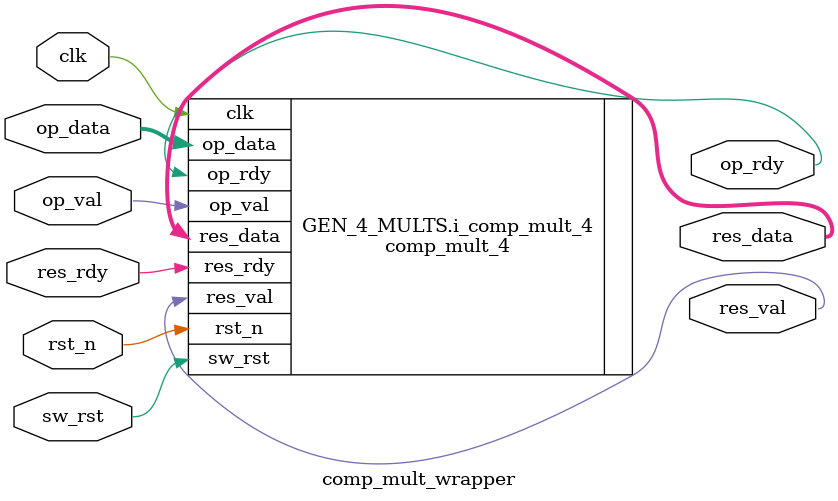
<source format=v>

module comp_mult_wrapper #(
parameter DWIDTH  = 8 , // data width
parameter NO_MULT = 4   // number of multipliers used (1, 2 or 4)
)(
// system IF 
input                          clk      , // system clock 
input                          rst_n    , // hw async reset, active low 
input                          sw_rst   , // sw  sync reset, active high  
                                          
// input operands val-rdy IF              
input                          op_val   , // input operands valid 
output                         op_rdy   , // input operands ready 
input  [      2*2*DWIDTH -1:0] op_data  , // input operands {x1,x2,y1,y2}
                                          
// output results val-rdy IF              
output                         res_val  , // output result valid 
input                          res_rdy  , // output result ready 
output [2*2*(DWIDTH + 1) -1:0] res_data   // output result {xr,yr}
); 

generate 
    if(NO_MULT == 4) begin : GEN_4_MULTS
        comp_mult_4 #(
        .DWIDTH (DWIDTH) // data width
        )i_comp_mult_4 (
        .clk      (clk      ), // [i] system clock 
        .rst_n    (rst_n    ), // [i] hw async reset, active low 
        .sw_rst   (sw_rst   ), // [i] sw  sync reset, active high  
        .op_val   (op_val   ), // [i] input operands valid 
        .op_rdy   (op_rdy   ), // [o] input operands ready 
        .op_data  (op_data  ), // [i] input operands {x1,x2,y1,y2}
        .res_val  (res_val  ), // [o] output result valid 
        .res_rdy  (res_rdy  ), // [i] output result ready 
        .res_data (res_data )  // [o] output result {xr,yr}
        ); 
    end
    else if(NO_MULT == 2) begin : GEN_2_MULTS
        comp_mult_2 #(
        .DWIDTH (DWIDTH) // data width
        )i_comp_mult_2 (
        .clk      (clk      ), // [i] system clock 
        .rst_n    (rst_n    ), // [i] hw async reset, active low 
        .sw_rst   (sw_rst   ), // [i] sw  sync reset, active high  
        .op_val   (op_val   ), // [i] input operands valid 
        .op_rdy   (op_rdy   ), // [o] input operands ready 
        .op_data  (op_data  ), // [i] input operands {x1,x2,y1,y2}
        .res_val  (res_val  ), // [o] output result valid 
        .res_rdy  (res_rdy  ), // [i] output result ready 
        .res_data (res_data )  // [o] output result {xr,yr}
        ); 
    end else if(NO_MULT == 1) begin : GEN_1_MULT
        comp_mult_1 #(
        .DWIDTH (DWIDTH) // data width
        )i_comp_mult_1 (
        .clk      (clk      ), // [i] system clock 
        .rst_n    (rst_n    ), // [i] hw async reset, active low 
        .sw_rst   (sw_rst   ), // [i] sw  sync reset, active high  
        .op_val   (op_val   ), // [i] input operands valid 
        .op_rdy   (op_rdy   ), // [o] input operands ready 
        .op_data  (op_data  ), // [i] input operands {x1,x2,y1,y2}
        .res_val  (res_val  ), // [o] output result valid 
        .res_rdy  (res_rdy  ), // [i] output result ready 
        .res_data (res_data )  // [o] output result {xr,yr}
        ); 
    end
    else begin : ERROR
        initial begin 
            $display("%M ERROR: Invalid number of multipliers, NO_MULT should be 1, 2 or 4 \n");
            $stop;
        end 
    end 
endgenerate 
 



endmodule // comp_mult_wrapper
</source>
